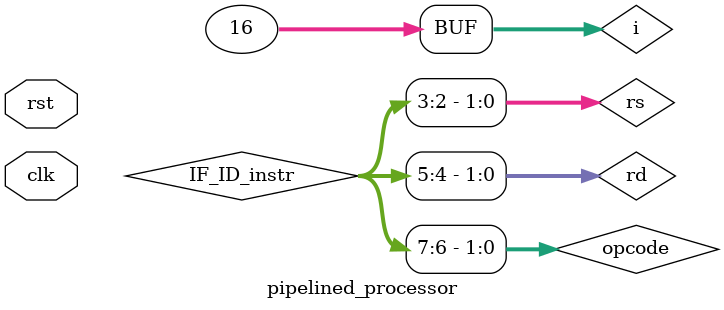
<source format=v>
`timescale 1ns / 1ps
module pipelined_processor (
    input clk,
    input rst
);

// OPCODES
localparam ADD  = 2'b00;
localparam SUB  = 2'b01;
localparam LOAD = 2'b10;

// Registers and Memory
reg [7:0] instr_mem [0:15];  // Instruction memory
reg [7:0] data_mem  [0:15];  // Data memory
reg [7:0] reg_file  [0:3];   // 4 registers R0-R3

//Pipeline Registers
reg [7:0] IF_ID_instr;

reg [7:0] ID_EX_instr;
reg [1:0] ID_EX_opcode;
reg [7:0] ID_EX_op1, ID_EX_op2;
reg [1:0] ID_EX_rd;

reg [7:0] EX_WB_result;
reg [1:0] EX_WB_rd;
reg       EX_WB_write;

// Program Counter
reg [3:0] pc;

//Instruction Fetch (IF)
always @(posedge clk or posedge rst) begin
    if (rst) begin
        pc <= 0;
        IF_ID_instr <= 0;
    end else begin
        IF_ID_instr <= instr_mem[pc];
        pc <= pc + 1;
    end
end

//Instruction Decode (ID)
  wire [1:0] opcode = IF_ID_instr[7:6];
wire [1:0] rd     = IF_ID_instr[5:4];
wire [1:0] rs     = IF_ID_instr[3:2];

always @(posedge clk or posedge rst) begin
    if (rst) begin
        ID_EX_instr  <= 0;
        ID_EX_opcode <= 0;
        ID_EX_op1    <= 0;
        ID_EX_op2    <= 0;
        ID_EX_rd     <= 0;
    end else begin
        ID_EX_instr  <= IF_ID_instr;
        ID_EX_opcode <= opcode;
        ID_EX_rd     <= rd;
        ID_EX_op1    <= reg_file[rd];                      // Destination register value
        ID_EX_op2    <= (opcode == LOAD) ? rs : reg_file[rs]; // Immediate address for LOAD or reg value
    end
end

//Execute (EX)
reg [7:0] alu_result;
reg       write_back;

always @(*) begin
    write_back = 1'b1;
    case (ID_EX_opcode)  // Use ID_EX_opcode (latched opcode)
        ADD:  alu_result = ID_EX_op1 + ID_EX_op2;
        SUB:  alu_result = ID_EX_op1 - ID_EX_op2;
        LOAD: alu_result = data_mem[ID_EX_op2];  // rs as address
        default: begin
            alu_result = 8'b0;
            write_back = 1'b0;
        end
    endcase
end

always @(posedge clk or posedge rst) begin
    if (rst) begin
        EX_WB_result <= 0;
        EX_WB_rd <= 0;
        EX_WB_write <= 0;
    end else begin
        EX_WB_result <= alu_result;
        EX_WB_rd <= ID_EX_rd;
        EX_WB_write <= write_back;
    end
end

// Write Back (WB) 
always @(posedge clk or posedge rst) begin
    if (rst) begin
        reg_file[0] <= 0;
        reg_file[1] <= 0;
        reg_file[2] <= 0;
        reg_file[3] <= 0;
    end else if (EX_WB_write) begin
        reg_file[EX_WB_rd] <= EX_WB_result;
    end
end

//Initialize Memories
  integer i;
initial begin
    for (i = 0; i < 16; i = i + 1) begin
        instr_mem[i] = 8'b0;
        data_mem[i] = i * 2; // Even numbers
    end

    // Sample Program
    instr_mem[0] = 8'b00000100; // ADD R0, R1
    instr_mem[1] = 8'b01101100; // SUB R2, R3
    instr_mem[2] = 8'b10010010; // LOAD R1, addr 2
end

endmodule

</source>
